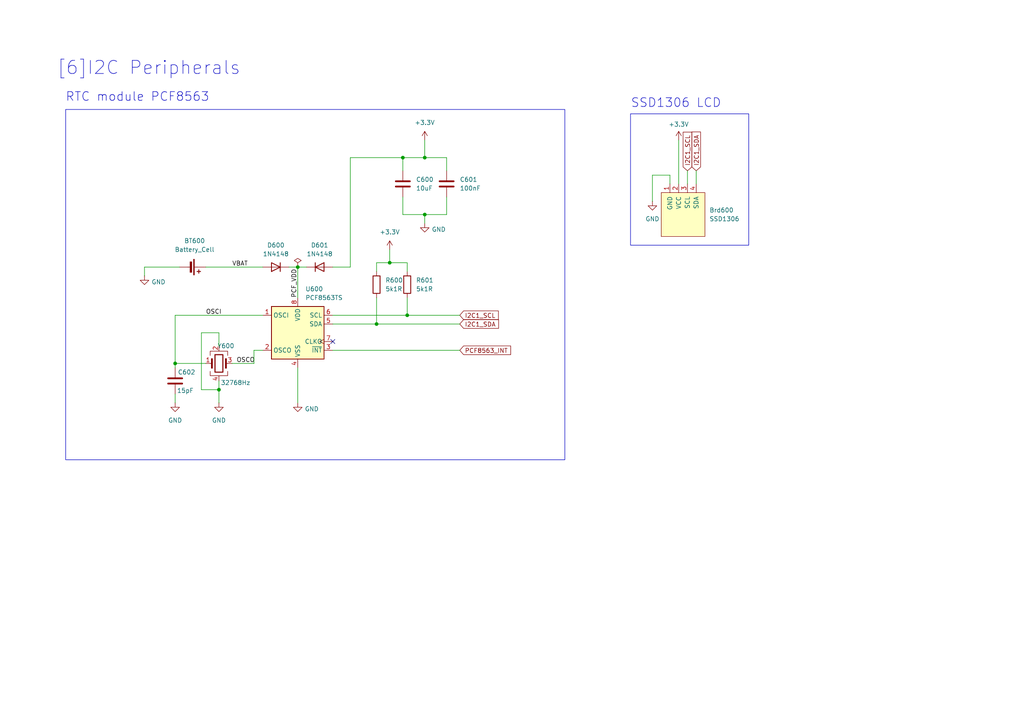
<source format=kicad_sch>
(kicad_sch (version 20231120) (generator "eeschema") (generator_version "8.0")
  (paper "A4")
  (lib_symbols
    (symbol "Device:Battery_Cell" (pin_numbers hide) (pin_names (offset 0) hide)
      (property "Reference" "BT" (at 2.54 2.54 0))
      (property "Value" "Battery_Cell" (at 2.54 0 0))
      (symbol "Battery_Cell_0_1"
        (rectangle (start -2.286 1.778) (end 2.286 1.524) (fill (type outline)))
        (rectangle (start -1.524 1.016) (end 1.524 0.508) (fill (type outline)))
        (polyline (pts (xy 0 0.762) (xy 0 0)))
        (polyline (pts (xy 0 1.778) (xy 0 2.54)))
        (polyline (pts (xy 0.762 3.048) (xy 1.778 3.048)) (stroke (width 0.254)))
        (polyline (pts (xy 1.27 3.556) (xy 1.27 2.54)) (stroke (width 0.254)))
      )
      (symbol "Battery_Cell_1_1"
        (pin passive line (at 0 5.08 270) (length 2.54) (name "+") (number "1"))
        (pin passive line (at 0 -2.54 90) (length 2.54) (name "-") (number "2"))
      )
    )
    (symbol "Device:C" (pin_numbers hide) (pin_names (offset 0.254))
      (property "Reference" "C" (at 0.635 2.54 0))
      (property "Value" "C" (at 0.635 -2.54 0))
      (symbol "C_0_1"
        (polyline (pts (xy -2.032 -0.762) (xy 2.032 -0.762)) (stroke (width 0.508)))
        (polyline (pts (xy -2.032 0.762) (xy 2.032 0.762)) (stroke (width 0.508)))
      )
      (symbol "C_1_1"
        (pin passive line (at 0 3.81 270) (length 2.794) (name "~") (number "1"))
        (pin passive line (at 0 -3.81 90) (length 2.794) (name "~") (number "2"))
      )
    )
    (symbol "Device:Crystal_GND24" (pin_names (offset 1.016) hide)
      (property "Reference" "Y" (at 3.175 5.08 0))
      (property "Value" "Crystal_GND24" (at 3.175 3.175 0))
      (symbol "Crystal_GND24_0_1"
        (rectangle (start -1.143 2.54) (end 1.143 -2.54) (stroke (width 0.3048)))
        (polyline (pts (xy -2.54 0) (xy -2.032 0)))
        (polyline (pts (xy -2.032 -1.27) (xy -2.032 1.27)) (stroke (width 0.508)))
        (polyline (pts (xy 0 -3.81) (xy 0 -3.556)))
        (polyline (pts (xy 0 3.556) (xy 0 3.81)))
        (polyline (pts (xy 2.032 -1.27) (xy 2.032 1.27)) (stroke (width 0.508)))
        (polyline (pts (xy 2.032 0) (xy 2.54 0)))
        (polyline (pts (xy -2.54 -2.286) (xy -2.54 -3.556) (xy 2.54 -3.556) (xy 2.54 -2.286)))
        (polyline (pts (xy -2.54 2.286) (xy -2.54 3.556) (xy 2.54 3.556) (xy 2.54 2.286)))
      )
      (symbol "Crystal_GND24_1_1"
        (pin passive line (at -3.81 0 0) (length 1.27) (name "1") (number "1"))
        (pin passive line (at 0 5.08 270) (length 1.27) (name "2") (number "2"))
        (pin passive line (at 3.81 0 180) (length 1.27) (name "3") (number "3"))
        (pin passive line (at 0 -5.08 90) (length 1.27) (name "4") (number "4"))
      )
    )
    (symbol "Device:D" (pin_numbers hide) (pin_names (offset 1.016) hide)
      (property "Reference" "D" (at 0 2.54 0))
      (property "Value" "D" (at 0 -2.54 0))
      (symbol "D_0_1"
        (polyline (pts (xy -1.27 1.27) (xy -1.27 -1.27)) (stroke (width 0.254)))
        (polyline (pts (xy 1.27 0) (xy -1.27 0)))
        (polyline (pts (xy 1.27 1.27) (xy 1.27 -1.27) (xy -1.27 0) (xy 1.27 1.27)) (stroke (width 0.254)))
      )
      (symbol "D_1_1"
        (pin passive line (at -3.81 0 0) (length 2.54) (name "K") (number "1"))
        (pin passive line (at 3.81 0 180) (length 2.54) (name "A") (number "2"))
      )
    )
    (symbol "Device:R" (pin_numbers hide) (pin_names (offset 0))
      (property "Reference" "R" (at 2.032 0 90))
      (property "Value" "R" (at 0 0 90))
      (symbol "R_0_1"
        (rectangle (start -1.016 -2.54) (end 1.016 2.54) (stroke (width 0.254)))
      )
      (symbol "R_1_1"
        (pin passive line (at 0 3.81 270) (length 1.27) (name "~") (number "1"))
        (pin passive line (at 0 -3.81 90) (length 1.27) (name "~") (number "2"))
      )
    )
    (symbol "GND_4" (power) (pin_numbers hide) (pin_names (offset 0) hide)
      (property "Value" "GND" (at 0 -3.81 0))
      (symbol "GND_4_0_1"
        (polyline (pts (xy 0 0) (xy 0 -1.27) (xy 1.27 -1.27) (xy 0 -2.54) (xy -1.27 -1.27) (xy 0 -1.27)))
      )
      (symbol "GND_4_1_1"
        (pin power_in line (at 0 0 270) (length 0) (name "~") (number "1"))
      )
    )
    (symbol "Timer_RTC:PCF8563TS"
      (property "Reference" "U" (at -7.62 8.89 0))
      (property "Value" "PCF8563TS" (at 2.54 8.89 0))
      (symbol "PCF8563TS_0_1"
        (rectangle (start -7.62 7.62) (end 7.62 -7.62) (stroke (width 0.254)) (fill (type background)))
      )
      (symbol "PCF8563TS_1_1"
        (pin input line (at -10.16 5.08 0) (length 2.54) (name "OSCI") (number "1"))
        (pin output line (at -10.16 -5.08 0) (length 2.54) (name "OSCO") (number "2"))
        (pin output line (at 10.16 -5.08 180) (length 2.54) (name "~{INT}") (number "3"))
        (pin power_in line (at 0 -10.16 90) (length 2.54) (name "VSS") (number "4"))
        (pin bidirectional line (at 10.16 2.54 180) (length 2.54) (name "SDA") (number "5"))
        (pin input line (at 10.16 5.08 180) (length 2.54) (name "SCL") (number "6"))
        (pin output clock (at 10.16 -2.54 180) (length 2.54) (name "CLKO") (number "7"))
        (pin power_in line (at 0 10.16 270) (length 2.54) (name "VDD") (number "8"))
      )
    )
    (symbol "power:+3.3V" (power) (pin_numbers hide) (pin_names (offset 0) hide)
      (property "Value" "+3.3V" (at 0 3.556 0))
      (symbol "+3.3V_0_1"
        (polyline (pts (xy -0.762 1.27) (xy 0 2.54)))
        (polyline (pts (xy 0 0) (xy 0 2.54)))
        (polyline (pts (xy 0 2.54) (xy 0.762 1.27)))
      )
      (symbol "+3.3V_1_1"
        (pin power_in line (at 0 0 90) (length 0) (name "~") (number "1"))
      )
    )
    (symbol "power:GND" (power) (pin_numbers hide) (pin_names (offset 0) hide)
      (property "Value" "GND" (at 0 -3.81 0))
      (symbol "GND_0_1"
        (polyline (pts (xy 0 0) (xy 0 -1.27) (xy 1.27 -1.27) (xy 0 -2.54) (xy -1.27 -1.27) (xy 0 -1.27)))
      )
      (symbol "GND_1_1"
        (pin power_in line (at 0 0 270) (length 0) (name "~") (number "1"))
      )
    )
    (symbol "power:PWR_FLAG" (power) (pin_numbers hide) (pin_names (offset 0) hide)
      (property "Value" "PWR_FLAG" (at 0 3.81 0))
      (symbol "PWR_FLAG_0_0"
        (pin power_out line (at 0 0 90) (length 0) (name "~") (number "1"))
      )
      (symbol "PWR_FLAG_0_1"
        (polyline (pts (xy 0 0) (xy 0 1.27) (xy -1.016 1.905) (xy 0 2.54) (xy 1.016 1.905) (xy 0 1.27)))
      )
    )
    (symbol "rpi_pico_media_board:SSD1306" (pin_names (offset 1.016))
      (property "Reference" "Brd" (at 0 -3.81 0))
      (property "Value" "SSD1306" (at 0 -1.27 0))
      (symbol "SSD1306_0_1"
        (rectangle (start -6.35 6.35) (end 6.35 -6.35) (fill (type background)))
      )
      (symbol "SSD1306_1_1"
        (pin power_in line (at -3.81 8.89 270) (length 2.54) (name "GND") (number "1"))
        (pin power_in line (at -1.27 8.89 270) (length 2.54) (name "VCC") (number "2"))
        (pin input line (at 1.27 8.89 270) (length 2.54) (name "SCL") (number "3"))
        (pin input line (at 3.81 8.89 270) (length 2.54) (name "SDA") (number "4"))
      )
    )
  )
  (junction (at 118.11 91.44))
  (junction (at 116.84 45.72))
  (junction (at 123.19 45.72))
  (junction (at 50.8 105.41))
  (junction (at 63.5 113.03))
  (junction (at 109.22 93.98))
  (junction (at 113.03 76.2))
  (junction (at 123.19 62.23))
  (junction (at 86.36 77.47))
  (no_connect (at 96.52 99.06))
  (wire (pts (xy 109.22 93.98) (xy 133.35 93.98)))
  (wire (pts (xy 50.8 114.3) (xy 50.8 116.84)))
  (wire (pts (xy 116.84 45.72) (xy 101.6 45.72)))
  (wire (pts (xy 86.36 106.68) (xy 86.36 116.84)))
  (wire (pts (xy 59.69 105.41) (xy 50.8 105.41)))
  (wire (pts (xy 123.19 45.72) (xy 129.54 45.72)))
  (wire (pts (xy 96.52 93.98) (xy 109.22 93.98)))
  (wire (pts (xy 129.54 45.72) (xy 129.54 49.53)))
  (wire (pts (xy 41.91 77.47) (xy 52.07 77.47)))
  (wire (pts (xy 116.84 45.72) (xy 116.84 49.53)))
  (wire (pts (xy 50.8 91.44) (xy 76.2 91.44)))
  (wire (pts (xy 194.31 53.34) (xy 194.31 50.8)))
  (wire (pts (xy 118.11 91.44) (xy 133.35 91.44)))
  (wire (pts (xy 58.42 96.52) (xy 58.42 113.03)))
  (wire (pts (xy 118.11 76.2) (xy 118.11 78.74)))
  (wire (pts (xy 199.39 49.53) (xy 199.39 53.34)))
  (wire (pts (xy 63.5 110.49) (xy 63.5 113.03)))
  (wire (pts (xy 73.66 101.6) (xy 73.66 105.41)))
  (wire (pts (xy 50.8 91.44) (xy 50.8 105.41)))
  (wire (pts (xy 73.66 101.6) (xy 76.2 101.6)))
  (wire (pts (xy 96.52 101.6) (xy 133.35 101.6)))
  (wire (pts (xy 123.19 45.72) (xy 116.84 45.72)))
  (wire (pts (xy 113.03 76.2) (xy 118.11 76.2)))
  (wire (pts (xy 86.36 77.47) (xy 86.36 86.36)))
  (wire (pts (xy 63.5 100.33) (xy 63.5 96.52)))
  (wire (pts (xy 96.52 77.47) (xy 101.6 77.47)))
  (wire (pts (xy 86.36 77.47) (xy 88.9 77.47)))
  (wire (pts (xy 67.31 105.41) (xy 73.66 105.41)))
  (wire (pts (xy 109.22 76.2) (xy 113.03 76.2)))
  (wire (pts (xy 63.5 96.52) (xy 58.42 96.52)))
  (wire (pts (xy 123.19 64.77) (xy 123.19 62.23)))
  (wire (pts (xy 59.69 77.47) (xy 76.2 77.47)))
  (wire (pts (xy 116.84 62.23) (xy 123.19 62.23)))
  (wire (pts (xy 194.31 50.8) (xy 189.23 50.8)))
  (wire (pts (xy 83.82 77.47) (xy 86.36 77.47)))
  (wire (pts (xy 129.54 62.23) (xy 129.54 57.15)))
  (wire (pts (xy 123.19 40.64) (xy 123.19 45.72)))
  (wire (pts (xy 63.5 113.03) (xy 63.5 116.84)))
  (wire (pts (xy 123.19 62.23) (xy 129.54 62.23)))
  (wire (pts (xy 96.52 91.44) (xy 118.11 91.44)))
  (wire (pts (xy 109.22 78.74) (xy 109.22 76.2)))
  (wire (pts (xy 101.6 45.72) (xy 101.6 77.47)))
  (wire (pts (xy 189.23 50.8) (xy 189.23 58.42)))
  (wire (pts (xy 50.8 105.41) (xy 50.8 106.68)))
  (wire (pts (xy 41.91 77.47) (xy 41.91 80.01)))
  (wire (pts (xy 201.93 49.53) (xy 201.93 53.34)))
  (wire (pts (xy 113.03 76.2) (xy 113.03 72.39)))
  (wire (pts (xy 118.11 86.36) (xy 118.11 91.44)))
  (wire (pts (xy 196.85 40.64) (xy 196.85 53.34)))
  (wire (pts (xy 109.22 86.36) (xy 109.22 93.98)))
  (wire (pts (xy 58.42 113.03) (xy 63.5 113.03)))
  (wire (pts (xy 116.84 57.15) (xy 116.84 62.23)))
  (rectangle (start 19.05 31.75) (end 163.83 133.35))
  (rectangle (start 182.88 33.02) (end 217.17 71.12))
  (text "[6]I2C Peripherals" (at 43.18 19.812 0) (effects (font (size 3.81 3.81))))
  (text "SSD1306 LCD" (at 196.088 29.972 0) (effects (font (size 2.54 2.54))))
  (text "RTC module PCF8563" (at 39.878 28.194 0) (effects (font (size 2.54 2.54))))
  (label "OSCO" (at 68.58 105.41 0))
  (label "PCF_VDD" (at 86.36 86.36 90))
  (label "VBAT" (at 67.31 77.47 0))
  (label "OSCI" (at 59.69 91.44 0))
  (global_label "PCF8563_INT" (shape input) (at 133.35 101.6 0) (property "Intersheetrefs" "${INTERSHEET_REFS}" (effects (hide yes))))
  (global_label "I2C1_SCL" (shape input) (at 133.35 91.44 0) (property "Intersheetrefs" "${INTERSHEET_REFS}" (effects (hide yes))))
  (global_label "I2C1_SDA" (shape input) (at 201.93 49.53 90) (property "Intersheetrefs" "${INTERSHEET_REFS}" (effects (hide yes))))
  (global_label "I2C1_SDA" (shape input) (at 133.35 93.98 0) (property "Intersheetrefs" "${INTERSHEET_REFS}" (effects (hide yes))))
  (global_label "I2C1_SCL" (shape input) (at 199.39 49.53 90) (property "Intersheetrefs" "${INTERSHEET_REFS}" (effects (hide yes))))
  (symbol (lib_id "power:+3.3V") (at 123.19 40.64 0) (unit 1)
    (property "Reference" "#PWR45" (effects (hide yes)))
    (property "Value" "+3.3V" (at 123.19 35.56 0))
    (property "Description" "Power symbol creates a global label with name \"+3.3V\"" (effects (hide yes)))
  )
  (symbol (lib_id "Device:C") (at 116.84 53.34 0) (unit 1)
    (property "Reference" "C600" (at 120.65 52.0699 0) (effects (justify left)))
    (property "Value" "10uF" (at 120.65 54.6099 0) (effects (justify left)))
    (property "Footprint" "Capacitor_SMD:C_0603_1608Metric" (effects (hide yes)))
    (property "Description" "Unpolarized capacitor" (effects (hide yes)))
    (property "Manufacturer" "Samsung Electro-Mechanics" (effects (hide yes)))
    (property "Manufacturer Part Number" "CL10A106KP8NNNC" (effects (hide yes)))
  )
  (symbol (lib_id "power:GND") (at 86.36 116.84 0) (unit 1)
    (property "Reference" "#PWR43" (effects (hide yes)))
    (property "Value" "GND" (at 90.424 118.618 0))
    (property "Description" "Power symbol creates a global label with name \"GND\" , ground" (effects (hide yes)))
  )
  (symbol (lib_id "power:GND") (at 123.19 64.77 0) (unit 1)
    (property "Reference" "#PWR46" (effects (hide yes)))
    (property "Value" "GND" (at 127.254 66.548 0))
    (property "Description" "Power symbol creates a global label with name \"GND\" , ground" (effects (hide yes)))
  )
  (symbol (lib_id "Device:D") (at 80.01 77.47 180) (unit 1)
    (property "Reference" "D600" (at 80.01 71.12 0))
    (property "Value" "1N4148" (at 80.01 73.66 0))
    (property "Footprint" "Diode_SMD:D_SOD-123" (effects (hide yes)))
    (property "Description" "Diode" (effects (hide yes)))
    (property "Sim.Device" "D" (effects (hide yes)))
    (property "Sim.Pins" "1=K 2=A" (effects (hide yes)))
    (property "Manufacturer" "Jiangsu Changjing Electronics Technology Co., Ltd." (effects (hide yes)))
    (property "Manufacturer Product Number" "1N4148W" (effects (hide yes)))
    (property "Manufacturer Part Number" "1N4148W" (effects (hide yes)))
  )
  (symbol (lib_id "Device:Crystal_GND24") (at 63.5 105.41 0) (unit 1)
    (property "Reference" "Y600" (at 65.532 100.33 0))
    (property "Value" "32768Hz" (at 68.326 110.998 0))
    (property "Footprint" "Crystal:Crystal_SMD_3225-4Pin_3.2x2.5mm" (effects (hide yes)))
    (property "Description" "Four pin crystal, GND on pins 2 and 4" (effects (hide yes)))
    (property "DigiKey Part Number" "535-ASEK-32.768KHZ-L-R-TDKR-ND" (effects (hide yes)))
    (property "Manufacturer" "YXC Crystal Oscillators" (effects (hide yes)))
    (property "Manufacturer Product Number" "OK2EL89CJI-111YLC-32.768K" (effects (hide yes)))
    (property "Manufacturer Part Number" "OK2EL89CJI-111YLC-32.768K" (effects (hide yes)))
  )
  (symbol (lib_id "power:GND") (at 63.5 116.84 0) (unit 1)
    (property "Reference" "#PWR42" (effects (hide yes)))
    (property "Value" "GND" (at 63.5 121.92 0))
    (property "Description" "Power symbol creates a global label with name \"GND\" , ground" (effects (hide yes)))
  )
  (symbol (lib_id "Device:C") (at 129.54 53.34 0) (unit 1)
    (property "Reference" "C601" (at 133.35 52.0699 0) (effects (justify left)))
    (property "Value" "100nF" (at 133.35 54.6099 0) (effects (justify left)))
    (property "Footprint" "Capacitor_SMD:C_0603_1608Metric" (effects (hide yes)))
    (property "Description" "Unpolarized capacitor" (effects (hide yes)))
    (property "Manufacturer" "Samsung Electro-Mechanics" (effects (hide yes)))
    (property "Manufacturer Part Number" "CL10B104KB8NNNC" (effects (hide yes)))
  )
  (symbol (lib_id "Device:Battery_Cell") (at 54.61 77.47 270) (unit 1)
    (property "Reference" "BT600" (at 56.4515 69.85 90))
    (property "Value" "Battery_Cell" (at 56.4515 72.39 90))
    (property "Footprint" "rpi_pico_media_board:CR12202" (effects (hide yes)))
    (property "Description" "Single-cell battery" (effects (hide yes)))
    (property "Manufacturer" "Q&J" (effects (hide yes)))
    (property "Manufacturer Part Number" "CR1220-2" (effects (hide yes)))
  )
  (symbol (lib_id "power:GND") (at 41.91 80.01 0) (unit 1)
    (property "Reference" "#PWR40" (effects (hide yes)))
    (property "Value" "GND" (at 45.974 81.788 0))
    (property "Description" "Power symbol creates a global label with name \"GND\" , ground" (effects (hide yes)))
  )
  (symbol (lib_id "power:PWR_FLAG") (at 86.36 77.47 0) (unit 1)
    (property "Reference" "#FLG6" (effects (hide yes)))
    (property "Value" "PWR_FLAG" (effects (hide yes)))
    (property "Description" "Special symbol for telling ERC where power comes from" (effects (hide yes)))
  )
  (symbol (lib_id "power:GND") (at 50.8 116.84 0) (unit 1)
    (property "Reference" "#PWR41" (effects (hide yes)))
    (property "Value" "GND" (at 50.8 121.92 0))
    (property "Description" "Power symbol creates a global label with name \"GND\" , ground" (effects (hide yes)))
  )
  (symbol (lib_name "GND_4") (lib_id "power:GND") (at 189.23 58.42 0) (unit 1)
    (property "Reference" "#PWR47" (effects (hide yes)))
    (property "Value" "GND" (at 189.23 63.5 0))
    (property "Description" "Power symbol creates a global label with name \"GND\" , ground" (effects (hide yes)))
  )
  (symbol (lib_id "Device:R") (at 109.22 82.55 0) (unit 1)
    (property "Reference" "R600" (at 111.76 81.2799 0) (effects (justify left)))
    (property "Value" "5k1R" (at 111.76 83.8199 0) (effects (justify left)))
    (property "Footprint" "Resistor_SMD:R_0805_2012Metric" (effects (hide yes)))
    (property "Description" "Resistor" (effects (hide yes)))
    (property "Manufacturer" "UNI-ROYAL(Uniroyal Elec)" (effects (hide yes)))
    (property "Manufacturer Product Number" "0805W8F5101T5E" (effects (hide yes)))
    (property "Manufacturer Part Number" "0805W8F5101T5E" (effects (hide yes)))
  )
  (symbol (lib_id "Device:C") (at 50.8 110.49 0) (unit 1)
    (property "Reference" "C602" (at 51.562 107.95 0) (effects (justify left)))
    (property "Value" "15pF" (at 51.308 113.284 0) (effects (justify left)))
    (property "Footprint" "Capacitor_SMD:C_0603_1608Metric" (effects (hide yes)))
    (property "Description" "Unpolarized capacitor" (effects (hide yes)))
    (property "DigiKey Part Number" "490-11191-6-ND" (effects (hide yes)))
    (property "Manufacturer" "Samsung Electro-Mechanics" (effects (hide yes)))
    (property "Manufacturer Part Number" "CL10C150JB8NNNC" (effects (hide yes)))
  )
  (symbol (lib_id "power:+3.3V") (at 196.85 40.64 0) (unit 1)
    (property "Reference" "#PWR48" (effects (hide yes)))
    (property "Value" "+3.3V" (at 196.85 36.068 0))
    (property "Description" "Power symbol creates a global label with name \"+3.3V\"" (effects (hide yes)))
  )
  (symbol (lib_id "Device:R") (at 118.11 82.55 0) (unit 1)
    (property "Reference" "R601" (at 120.65 81.2799 0) (effects (justify left)))
    (property "Value" "5k1R" (at 120.65 83.8199 0) (effects (justify left)))
    (property "Footprint" "Resistor_SMD:R_0805_2012Metric" (effects (hide yes)))
    (property "Description" "Resistor" (effects (hide yes)))
    (property "Manufacturer" "UNI-ROYAL(Uniroyal Elec)" (effects (hide yes)))
    (property "Manufacturer Product Number" "0805W8F5101T5E" (effects (hide yes)))
    (property "Manufacturer Part Number" "0805W8F5101T5E" (effects (hide yes)))
  )
  (symbol (lib_id "Timer_RTC:PCF8563TS") (at 86.36 96.52 0) (unit 1)
    (property "Reference" "U600" (at 88.5541 83.82 0) (effects (justify left)))
    (property "Value" "PCF8563TS" (at 88.5541 86.36 0) (effects (justify left)))
    (property "Footprint" "Package_SO:MSOP-8_3x3mm_P0.65mm" (effects (hide yes)))
    (property "Datasheet" "https://www.nxp.com/docs/en/data-sheet/PCF8563.pdf" (effects (hide yes)))
    (property "Description" "Realtime Clock/Calendar I2C Interface, TSSOP-8" (effects (hide yes)))
    (property "Manufacturer" "NXP Semicon" (effects (hide yes)))
    (property "Manufacturer Product Number" "PCF8563TS/5,118" (effects (hide yes)))
    (property "Manufacturer Part Number" "PCF8563TS/5,118" (effects (hide yes)))
  )
  (symbol (lib_id "Device:D") (at 92.71 77.47 0) (unit 1)
    (property "Reference" "D601" (at 92.71 71.12 0))
    (property "Value" "1N4148" (at 92.71 73.66 0))
    (property "Footprint" "Diode_SMD:D_SOD-123" (effects (hide yes)))
    (property "Description" "Diode" (effects (hide yes)))
    (property "Sim.Device" "D" (effects (hide yes)))
    (property "Sim.Pins" "1=K 2=A" (effects (hide yes)))
    (property "Manufacturer" "Jiangsu Changjing Electronics Technology Co., Ltd." (effects (hide yes)))
    (property "Manufacturer Product Number" "1N4148W" (effects (hide yes)))
    (property "Manufacturer Part Number" "1N4148W" (effects (hide yes)))
  )
  (symbol (lib_id "rpi_pico_media_board:SSD1306") (at 198.12 62.23 0) (unit 1)
    (property "Reference" "Brd600" (at 205.74 60.9599 0) (effects (justify left)))
    (property "Value" "SSD1306" (at 205.74 63.4999 0) (effects (justify left)))
    (property "Footprint" "rpi_pico_media_board:128x64OLED" (effects (hide yes)))
  )
  (symbol (lib_id "power:+3.3V") (at 113.03 72.39 0) (unit 1)
    (property "Reference" "#PWR44" (effects (hide yes)))
    (property "Value" "+3.3V" (at 113.03 67.31 0))
    (property "Description" "Power symbol creates a global label with name \"+3.3V\"" (effects (hide yes)))
  )
)
</source>
